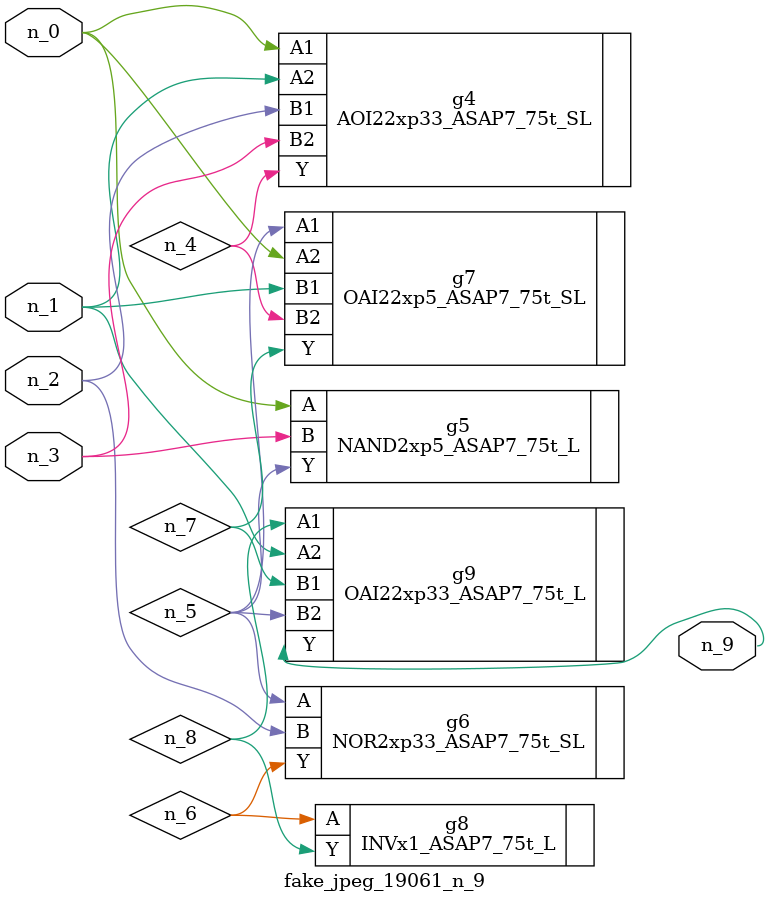
<source format=v>
module fake_jpeg_19061_n_9 (n_0, n_3, n_2, n_1, n_9);

input n_0;
input n_3;
input n_2;
input n_1;

output n_9;

wire n_4;
wire n_8;
wire n_6;
wire n_5;
wire n_7;

AOI22xp33_ASAP7_75t_SL g4 ( 
.A1(n_0),
.A2(n_1),
.B1(n_2),
.B2(n_3),
.Y(n_4)
);

NAND2xp5_ASAP7_75t_L g5 ( 
.A(n_0),
.B(n_3),
.Y(n_5)
);

NOR2xp33_ASAP7_75t_SL g6 ( 
.A(n_5),
.B(n_2),
.Y(n_6)
);

INVx1_ASAP7_75t_L g8 ( 
.A(n_6),
.Y(n_8)
);

OAI22xp5_ASAP7_75t_SL g7 ( 
.A1(n_5),
.A2(n_0),
.B1(n_1),
.B2(n_4),
.Y(n_7)
);

OAI22xp33_ASAP7_75t_L g9 ( 
.A1(n_8),
.A2(n_1),
.B1(n_7),
.B2(n_5),
.Y(n_9)
);


endmodule
</source>
